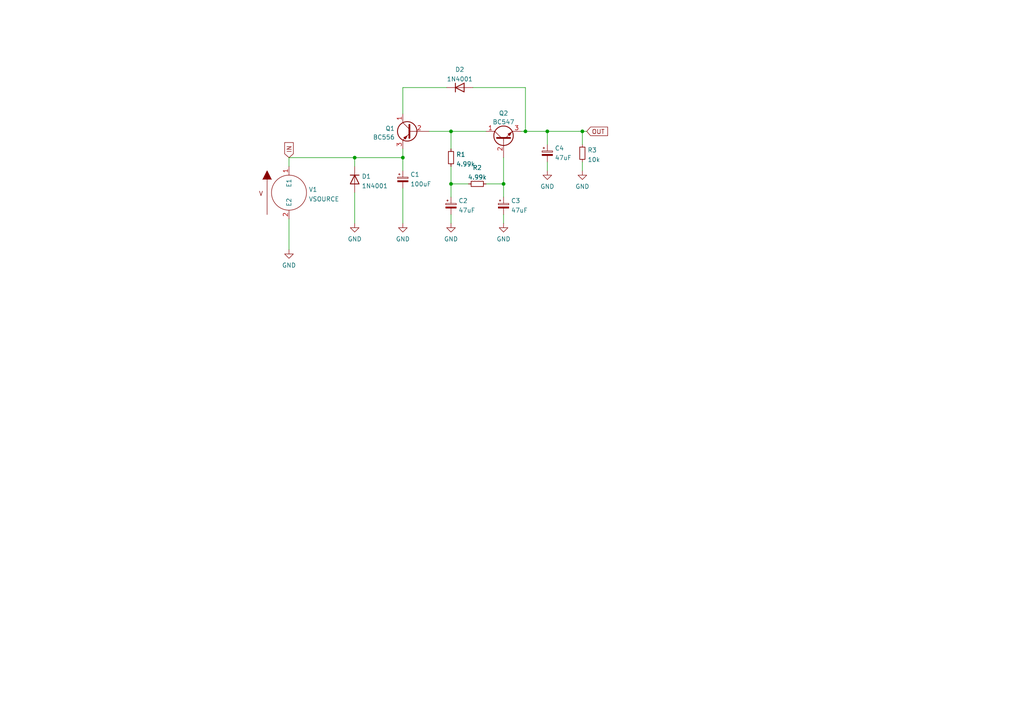
<source format=kicad_sch>
(kicad_sch (version 20211123) (generator eeschema)
  (paper "A4")
  (lib_symbols
    (symbol "Device:CP_Small" (pin_numbers hide) (pin_names (offset 0.254) hide)
      (property "Reference" "C" (at 0.254 1.778 0))
      (property "Value" "CP_Small" (at 0.254 -2.032 0))
      (symbol "CP_Small_0_1"
        (rectangle (start -1.524 -0.3048) (end 1.524 -0.6858) (fill (type outline)))
        (rectangle (start -1.524 0.6858) (end 1.524 0.3048))
        (polyline (pts (xy -1.27 1.524) (xy -0.762 1.524)))
        (polyline (pts (xy -1.016 1.27) (xy -1.016 1.778)))
      )
      (symbol "CP_Small_1_1"
        (pin passive line (at 0 2.54 270) (length 1.8542) (name "~") (number "1"))
        (pin passive line (at 0 -2.54 90) (length 1.8542) (name "~") (number "2"))
      )
    )
    (symbol "Device:R_Small" (pin_numbers hide) (pin_names (offset 0.254) hide)
      (property "Reference" "R" (at 0.762 0.508 0))
      (property "Value" "R_Small" (at 0.762 -1.016 0))
      (symbol "R_Small_0_1"
        (rectangle (start -0.762 1.778) (end 0.762 -1.778) (stroke (width 0.2032)))
      )
      (symbol "R_Small_1_1"
        (pin passive line (at 0 2.54 270) (length 0.762) (name "~") (number "1"))
        (pin passive line (at 0 -2.54 90) (length 0.762) (name "~") (number "2"))
      )
    )
    (symbol "Diode:1N4001" (pin_numbers hide) (pin_names (offset 1.016) hide)
      (property "Reference" "D" (at 0 2.54 0))
      (property "Value" "1N4001" (at 0 -2.54 0))
      (symbol "1N4001_0_1"
        (polyline (pts (xy -1.27 1.27) (xy -1.27 -1.27)) (stroke (width 0.254)))
        (polyline (pts (xy 1.27 0) (xy -1.27 0)))
        (polyline (pts (xy 1.27 1.27) (xy 1.27 -1.27) (xy -1.27 0) (xy 1.27 1.27)) (stroke (width 0.254)))
      )
      (symbol "1N4001_1_1"
        (pin passive line (at -3.81 0 0) (length 2.54) (name "K") (number "1"))
        (pin passive line (at 3.81 0 180) (length 2.54) (name "A") (number "2"))
      )
    )
    (symbol "Transistor_BJT:BC547" (pin_names (offset 0) hide)
      (property "Reference" "Q" (at 5.08 1.905 0))
      (property "Value" "BC547" (at 5.08 0 0))
      (symbol "BC547_0_1"
        (polyline (pts (xy 0 0) (xy 0.635 0)))
        (polyline (pts (xy 0.635 0.635) (xy 2.54 2.54)))
        (polyline (pts (xy 0.635 -0.635) (xy 2.54 -2.54) (xy 2.54 -2.54)))
        (polyline (pts (xy 0.635 1.905) (xy 0.635 -1.905) (xy 0.635 -1.905)) (stroke (width 0.508)))
        (polyline (pts (xy 1.27 -1.778) (xy 1.778 -1.27) (xy 2.286 -2.286) (xy 1.27 -1.778) (xy 1.27 -1.778)) (fill (type outline)))
        (circle (center 1.27 0) (radius 2.8194) (stroke (width 0.254)))
      )
      (symbol "BC547_1_1"
        (pin passive line (at 2.54 5.08 270) (length 2.54) (name "C") (number "1"))
        (pin input line (at -5.08 0 0) (length 5.08) (name "B") (number "2"))
        (pin passive line (at 2.54 -5.08 90) (length 2.54) (name "E") (number "3"))
      )
    )
    (symbol "Transistor_BJT:BC556" (pin_names (offset 0) hide)
      (property "Reference" "Q" (at 5.08 1.905 0))
      (property "Value" "BC556" (at 5.08 0 0))
      (symbol "BC556_0_1"
        (polyline (pts (xy 0.635 0.635) (xy 2.54 2.54)))
        (polyline (pts (xy 0.635 -0.635) (xy 2.54 -2.54) (xy 2.54 -2.54)))
        (polyline (pts (xy 0.635 1.905) (xy 0.635 -1.905) (xy 0.635 -1.905)) (stroke (width 0.508)))
        (polyline (pts (xy 2.286 -1.778) (xy 1.778 -2.286) (xy 1.27 -1.27) (xy 2.286 -1.778) (xy 2.286 -1.778)) (fill (type outline)))
        (circle (center 1.27 0) (radius 2.8194) (stroke (width 0.254)))
      )
      (symbol "BC556_1_1"
        (pin passive line (at 2.54 5.08 270) (length 2.54) (name "C") (number "1"))
        (pin input line (at -5.08 0 0) (length 5.715) (name "B") (number "2"))
        (pin passive line (at 2.54 -5.08 90) (length 2.54) (name "E") (number "3"))
      )
    )
    (symbol "power:GND" (power) (pin_names (offset 0))
      (property "Value" "GND" (at 0 -3.81 0))
      (symbol "GND_0_1"
        (polyline (pts (xy 0 0) (xy 0 -1.27) (xy 1.27 -1.27) (xy 0 -2.54) (xy -1.27 -1.27) (xy 0 -1.27)))
      )
      (symbol "GND_1_1"
        (pin power_in line (at 0 0 270) (length 0) hide (name "GND") (number "1"))
      )
    )
    (symbol "pspice:VSOURCE" (pin_names (offset 1.016))
      (property "Reference" "V" (at -6.35 7.62 0))
      (property "Value" "VSOURCE" (at 0 0 0))
      (symbol "VSOURCE_0_1"
        (polyline (pts (xy -6.35 -6.35) (xy -6.35 3.81)) (fill (type outline)))
        (polyline (pts (xy -7.62 3.81) (xy -6.35 6.35) (xy -5.08 3.81)) (fill (type outline)))
        (circle (center 0 0) (radius 5.08))
        (text "V" (at -8.128 -0.254 0) (effects (font (size 1.27 1.27))))
      )
      (symbol "VSOURCE_1_1"
        (pin input line (at 0 7.62 270) (length 2.54) (name "E1") (number "1"))
        (pin input line (at 0 -7.62 90) (length 2.54) (name "E2") (number "2"))
      )
    )
  )
  (junction (at 146.05 53.34))
  (junction (at 116.84 45.72))
  (junction (at 152.4 38.1))
  (junction (at 102.87 45.72))
  (junction (at 130.81 38.1))
  (junction (at 130.81 53.34))
  (junction (at 158.75 38.1))
  (junction (at 168.91 38.1))
  (wire (pts (xy 130.81 53.34) (xy 130.81 57.15)))
  (wire (pts (xy 152.4 25.4) (xy 152.4 38.1)))
  (wire (pts (xy 116.84 25.4) (xy 116.84 33.02)))
  (wire (pts (xy 130.81 38.1) (xy 130.81 43.18)))
  (wire (pts (xy 168.91 46.99) (xy 168.91 49.53)))
  (wire (pts (xy 152.4 38.1) (xy 158.75 38.1)))
  (wire (pts (xy 152.4 38.1) (xy 151.13 38.1)))
  (wire (pts (xy 140.97 53.34) (xy 146.05 53.34)))
  (wire (pts (xy 129.54 25.4) (xy 116.84 25.4)))
  (wire (pts (xy 146.05 45.72) (xy 146.05 53.34)))
  (wire (pts (xy 130.81 38.1) (xy 140.97 38.1)))
  (wire (pts (xy 130.81 53.34) (xy 135.89 53.34)))
  (wire (pts (xy 83.82 45.72) (xy 102.87 45.72)))
  (wire (pts (xy 168.91 38.1) (xy 170.18 38.1)))
  (wire (pts (xy 158.75 38.1) (xy 158.75 41.91)))
  (wire (pts (xy 146.05 62.23) (xy 146.05 64.77)))
  (wire (pts (xy 83.82 45.72) (xy 83.82 48.26)))
  (wire (pts (xy 116.84 45.72) (xy 102.87 45.72)))
  (wire (pts (xy 168.91 38.1) (xy 168.91 41.91)))
  (wire (pts (xy 102.87 45.72) (xy 102.87 48.26)))
  (wire (pts (xy 124.46 38.1) (xy 130.81 38.1)))
  (wire (pts (xy 130.81 48.26) (xy 130.81 53.34)))
  (wire (pts (xy 158.75 46.99) (xy 158.75 49.53)))
  (wire (pts (xy 137.16 25.4) (xy 152.4 25.4)))
  (wire (pts (xy 130.81 62.23) (xy 130.81 64.77)))
  (wire (pts (xy 158.75 38.1) (xy 168.91 38.1)))
  (wire (pts (xy 102.87 55.88) (xy 102.87 64.77)))
  (wire (pts (xy 116.84 54.61) (xy 116.84 64.77)))
  (wire (pts (xy 146.05 53.34) (xy 146.05 57.15)))
  (wire (pts (xy 116.84 43.18) (xy 116.84 45.72)))
  (wire (pts (xy 83.82 63.5) (xy 83.82 72.39)))
  (wire (pts (xy 116.84 45.72) (xy 116.84 49.53)))
  (global_label "IN" (shape input) (at 83.82 45.72 90) (property "Intersheet References" "${INTERSHEET_REFS}" (effects hide)))
  (global_label "OUT" (shape input) (at 170.18 38.1 0) (property "Intersheet References" "${INTERSHEET_REFS}" (effects hide)))
  (symbol (lib_id "Diode:1N4001") (at 133.35 25.4 0) (unit 1)
    (property "Reference" "D2" (at 133.35 20.1635 0))
    (property "Value" "1N4001" (at 133.35 22.9386 0))
    (property "Footprint" "Diode_THT:D_DO-41_SOD81_P10.16mm_Horizontal" (effects hide))
    (property "Datasheet" "http://www.vishay.com/docs/88503/1n4001.pdf" (effects hide))
    (property "Spice_Primitive" "D" (effects hide))
    (property "Spice_Model" "D1n4001rl" (effects hide))
    (property "Spice_Netlist_Enabled" "Y" (effects hide))
    (property "Spice_Lib_File" "1n4001rl.lib" (effects hide))
  )
  (symbol (lib_id "Device:CP_Small") (at 116.84 52.07 0) (unit 1)
    (property "Reference" "C1" (at 118.999 50.6154 0) (effects (justify left)))
    (property "Value" "100uF" (at 118.999 53.3905 0) (effects (justify left)))
  )
  (symbol (lib_id "Device:R_Small") (at 168.91 44.45 180) (unit 1)
    (property "Reference" "R3" (at 170.4086 43.5415 0) (effects (justify right)))
    (property "Value" "10k" (at 170.4086 46.3166 0) (effects (justify right)))
  )
  (symbol (lib_id "Device:CP_Small") (at 158.75 44.45 0) (unit 1)
    (property "Reference" "C4" (at 160.909 42.9954 0) (effects (justify left)))
    (property "Value" "47uF" (at 160.909 45.7705 0) (effects (justify left)))
  )
  (symbol (lib_id "Transistor_BJT:BC547") (at 146.05 40.64 90) (unit 1)
    (property "Reference" "Q2" (at 146.05 32.8508 90))
    (property "Value" "BC547" (at 146.05 35.3877 90))
    (property "Footprint" "Package_TO_SOT_THT:TO-92_Inline" (effects hide))
    (property "Datasheet" "https://www.onsemi.com/pub/Collateral/BC550-D.pdf" (effects hide))
    (property "Spice_Primitive" "Q" (effects hide))
    (property "Spice_Model" "BC549/550" (effects hide))
    (property "Spice_Netlist_Enabled" "Y" (effects hide))
    (property "Spice_Lib_File" "BC550.lib" (effects hide))
    (property "Spice_Node_Sequence" "3 2 1" (effects hide))
  )
  (symbol (lib_id "Transistor_BJT:BC556") (at 119.38 38.1 0) (mirror y) (unit 1)
    (property "Reference" "Q1" (at 114.5286 37.2653 0) (effects (justify left)))
    (property "Value" "BC556" (at 114.5286 39.8022 0) (effects (justify left)))
    (property "Footprint" "Package_TO_SOT_THT:TO-92_Inline" (effects hide))
    (property "Datasheet" "https://www.onsemi.com/pub/Collateral/BC556BTA-D.pdf" (effects hide))
    (property "Spice_Primitive" "Q" (effects hide))
    (property "Spice_Model" "QBC556A" (effects hide))
    (property "Spice_Netlist_Enabled" "Y" (effects hide))
    (property "Spice_Lib_File" "bc556a.lib" (effects hide))
    (property "Spice_Node_Sequence" "3 2 1" (effects hide))
  )
  (symbol (lib_id "Device:R_Small") (at 130.81 45.72 0) (unit 1)
    (property "Reference" "R1" (at 132.3086 44.8115 0) (effects (justify left)))
    (property "Value" "4.99k" (at 132.3086 47.5866 0) (effects (justify left)))
  )
  (symbol (lib_id "Device:R_Small") (at 138.43 53.34 90) (unit 1)
    (property "Reference" "R2" (at 138.43 48.6369 90))
    (property "Value" "4.99k" (at 138.43 51.412 90))
  )
  (symbol (lib_id "power:GND") (at 116.84 64.77 0) (unit 1)
    (property "Reference" "#PWR02" (effects hide))
    (property "Value" "GND" (at 116.84 69.3325 0))
  )
  (symbol (lib_id "Diode:1N4001") (at 102.87 52.07 270) (unit 1)
    (property "Reference" "D1" (at 104.902 51.1615 90) (effects (justify left)))
    (property "Value" "1N4001" (at 104.902 53.9366 90) (effects (justify left)))
    (property "Footprint" "Diode_THT:D_DO-41_SOD81_P10.16mm_Horizontal" (effects hide))
    (property "Datasheet" "http://www.vishay.com/docs/88503/1n4001.pdf" (effects hide))
    (property "Spice_Primitive" "D" (effects hide))
    (property "Spice_Model" "D1n4001rl" (effects hide))
    (property "Spice_Netlist_Enabled" "Y" (effects hide))
    (property "Spice_Lib_File" "1n4001rl.lib" (effects hide))
  )
  (symbol (lib_id "power:GND") (at 83.82 72.39 0) (unit 1)
    (property "Reference" "#PWR07" (effects hide))
    (property "Value" "GND" (at 83.82 76.9525 0))
  )
  (symbol (lib_id "Device:CP_Small") (at 130.81 59.69 0) (unit 1)
    (property "Reference" "C2" (at 132.969 58.2354 0) (effects (justify left)))
    (property "Value" "47uF" (at 132.969 61.0105 0) (effects (justify left)))
  )
  (symbol (lib_id "pspice:VSOURCE") (at 83.82 55.88 0) (unit 1)
    (property "Reference" "V1" (at 89.535 54.9715 0) (effects (justify left)))
    (property "Value" "VSOURCE" (at 89.535 57.7466 0) (effects (justify left)))
    (property "Spice_Primitive" "V" (effects hide))
    (property "Spice_Model" "dc 10 ac 100m sin(9 100m 50)" (effects hide))
    (property "Spice_Netlist_Enabled" "Y" (effects hide))
  )
  (symbol (lib_id "power:GND") (at 130.81 64.77 0) (unit 1)
    (property "Reference" "#PWR03" (effects hide))
    (property "Value" "GND" (at 130.81 69.3325 0))
  )
  (symbol (lib_id "power:GND") (at 158.75 49.53 0) (unit 1)
    (property "Reference" "#PWR05" (effects hide))
    (property "Value" "GND" (at 158.75 54.0925 0))
  )
  (symbol (lib_id "power:GND") (at 102.87 64.77 0) (unit 1)
    (property "Reference" "#PWR01" (effects hide))
    (property "Value" "GND" (at 102.87 69.3325 0))
  )
  (symbol (lib_id "power:GND") (at 168.91 49.53 0) (unit 1)
    (property "Reference" "#PWR06" (effects hide))
    (property "Value" "GND" (at 168.91 54.0925 0))
  )
  (symbol (lib_id "Device:CP_Small") (at 146.05 59.69 0) (unit 1)
    (property "Reference" "C3" (at 148.209 58.2354 0) (effects (justify left)))
    (property "Value" "47uF" (at 148.209 61.0105 0) (effects (justify left)))
  )
  (symbol (lib_id "power:GND") (at 146.05 64.77 0) (unit 1)
    (property "Reference" "#PWR04" (effects hide))
    (property "Value" "GND" (at 146.05 69.3325 0))
  )
)
</source>
